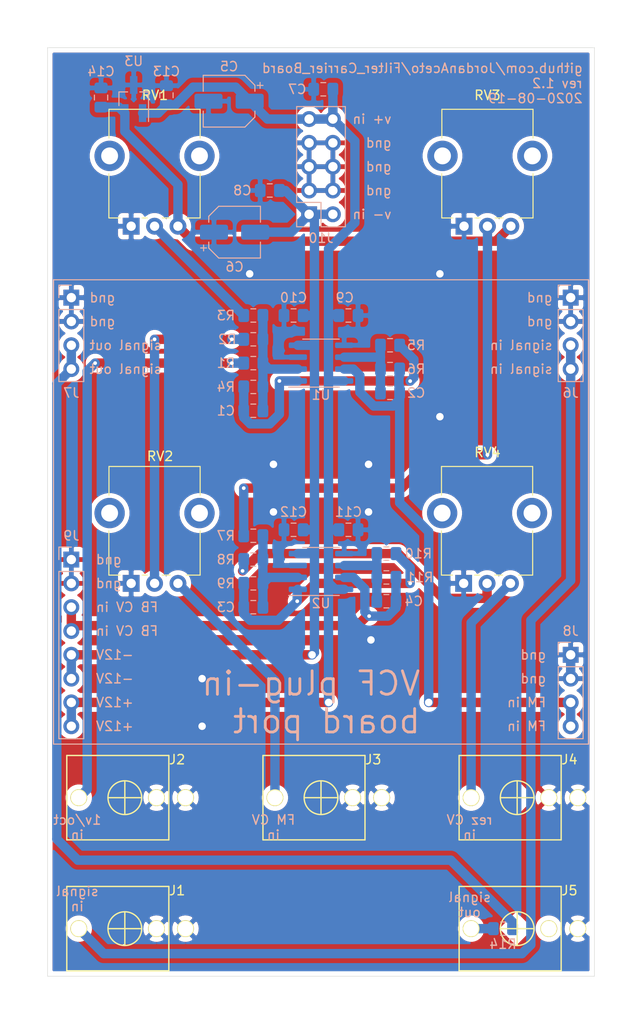
<source format=kicad_pcb>
(kicad_pcb (version 20171130) (host pcbnew 5.1.6-c6e7f7d~87~ubuntu18.04.1)
  (title_block (title "Filter Carrier Board") (date 2020-08-19) (rev 1.2) (comment 1 creativecommons.org/licenses/by/4.0/) (comment 2 "License: CC by 4.0") (comment 3 "Author: Jordan Aceto"))
  (layers (0 F.Cu signal) (31 B.Cu signal) (34 B.Paste user) (35 F.Paste user) (36 B.SilkS user) (37 F.SilkS user) (38 B.Mask user) (39 F.Mask user) (44 Edge.Cuts user))
  (net 0 "")
  (net 1 +12V)
  (net 2 GND)
  (net 3 -12V)
  (net 4 "Net-(J1-Pad3)")
  (net 5 "Net-(J2-Pad3)")
  (net 6 "Net-(J4-Pad3)")
  (net 7 "Net-(J7-Pad3)")
  (net 8 "Net-(R3-Pad2)")
  (net 9 "Net-(R8-Pad2)")
  (net 10 "Net-(J3-Pad3)")
  (net 11 "Net-(J5-Pad3)")
  (net 12 "Net-(C1-Pad2)")
  (net 13 "Net-(C1-Pad1)")
  (net 14 "Net-(C2-Pad2)")
  (net 15 "Net-(C2-Pad1)")
  (net 16 "Net-(C3-Pad2)")
  (net 17 "Net-(C3-Pad1)")
  (net 18 "Net-(C4-Pad2)")
  (net 19 "Net-(C4-Pad1)")
  (net 20 +5V)
  (net 21 "Net-(R2-Pad2)")
  (net 22 "Net-(R7-Pad2)")
  (net 23 "Net-(J5-Pad2)")
  (module Capacitor_SMD:C_0805_2012Metric_Pad1.15x1.40mm_HandSolder (layer B.Cu) (at 108.585 52.315 90)
    (fp_text reference C14 (at 2.785 0 180) (layer B.SilkS) (effects (justify mirror)))
    (fp_text value 100nF)
    (pad 2 smd roundrect (at 1.025 0 90) (size 1.15 1.4) (layers B.Cu B.Paste B.Mask) (roundrect_rratio 0.217391) (net 2 GND))
    (pad 1 smd roundrect (at -1.025 0 90) (size 1.15 1.4) (layers B.Cu B.Paste B.Mask) (roundrect_rratio 0.217391) (net 20 +5V))
  )
  (module Capacitor_SMD:C_0805_2012Metric_Pad1.15x1.40mm_HandSolder (layer B.Cu) (at 115.57 52.07 90)
    (fp_text reference C13 (at 2.54 0 180) (layer B.SilkS) (effects (justify mirror)))
    (fp_text value 100nF)
    (pad 2 smd roundrect (at 1.025 0 90) (size 1.15 1.4) (layers B.Cu B.Paste B.Mask) (roundrect_rratio 0.217391) (net 2 GND))
    (pad 1 smd roundrect (at -1.025 0 90) (size 1.15 1.4) (layers B.Cu B.Paste B.Mask) (roundrect_rratio 0.217391) (net 1 +12V))
  )
  (module Eurocad:PJ301M-12 (layer F.Cu) (at 153.035 140.97 90)
    (fp_text reference J5 (at 4.064 5.588 180) (layer F.SilkS))
    (fp_text value PJ301M-12)
    (pad 3 thru_hole circle (at 0 -4.92 90) (size 1.8 1.8) (drill 1.6) (layers *.Cu *.Mask F.SilkS) (net 11 "Net-(J5-Pad3)"))
    (pad 1 thru_hole circle (at 0 6.48 90) (size 1.8 1.8) (drill 1.6) (layers *.Cu *.Mask F.SilkS) (net 2 GND))
    (pad 2 thru_hole circle (at 0 3.38 90) (size 1.8 1.8) (drill 1.6) (layers *.Cu *.Mask F.SilkS) (net 23 "Net-(J5-Pad2)"))
  )
  (module Eurocad:PJ301M-12 (layer F.Cu) (at 153.035 127 90)
    (fp_text reference J4 (at 4.064 5.588 180) (layer F.SilkS))
    (fp_text value PJ301M-12)
    (pad 3 thru_hole circle (at 0 -4.92 90) (size 1.8 1.8) (drill 1.6) (layers *.Cu *.Mask F.SilkS) (net 6 "Net-(J4-Pad3)"))
    (pad 1 thru_hole circle (at 0 6.48 90) (size 1.8 1.8) (drill 1.6) (layers *.Cu *.Mask F.SilkS) (net 2 GND))
    (pad 2 thru_hole circle (at 0 3.38 90) (size 1.8 1.8) (drill 1.6) (layers *.Cu *.Mask F.SilkS) (net 2 GND))
  )
  (module Eurocad:PJ301M-12 (layer F.Cu) (at 132.08 127 90)
    (fp_text reference J3 (at 4.064 5.588 180) (layer F.SilkS))
    (fp_text value PJ301M-12)
    (pad 3 thru_hole circle (at 0 -4.92 90) (size 1.8 1.8) (drill 1.6) (layers *.Cu *.Mask F.SilkS) (net 10 "Net-(J3-Pad3)"))
    (pad 1 thru_hole circle (at 0 6.48 90) (size 1.8 1.8) (drill 1.6) (layers *.Cu *.Mask F.SilkS) (net 2 GND))
    (pad 2 thru_hole circle (at 0 3.38 90) (size 1.8 1.8) (drill 1.6) (layers *.Cu *.Mask F.SilkS) (net 2 GND))
  )
  (module Eurocad:PJ301M-12 (layer F.Cu) (at 111.125 127 90)
    (fp_text reference J2 (at 4.064 5.588 180) (layer F.SilkS))
    (fp_text value PJ301M-12)
    (pad 3 thru_hole circle (at 0 -4.92 90) (size 1.8 1.8) (drill 1.6) (layers *.Cu *.Mask F.SilkS) (net 5 "Net-(J2-Pad3)"))
    (pad 1 thru_hole circle (at 0 6.48 90) (size 1.8 1.8) (drill 1.6) (layers *.Cu *.Mask F.SilkS) (net 2 GND))
    (pad 2 thru_hole circle (at 0 3.38 90) (size 1.8 1.8) (drill 1.6) (layers *.Cu *.Mask F.SilkS) (net 2 GND))
  )
  (module Eurocad:PJ301M-12 (layer F.Cu) (at 111.125 140.97 90)
    (fp_text reference J1 (at 4.064 5.588 180) (layer F.SilkS))
    (fp_text value PJ301M-12)
    (pad 3 thru_hole circle (at 0 -4.92 90) (size 1.8 1.8) (drill 1.6) (layers *.Cu *.Mask F.SilkS) (net 4 "Net-(J1-Pad3)"))
    (pad 1 thru_hole circle (at 0 6.48 90) (size 1.8 1.8) (drill 1.6) (layers *.Cu *.Mask F.SilkS) (net 2 GND))
    (pad 2 thru_hole circle (at 0 3.38 90) (size 1.8 1.8) (drill 1.6) (layers *.Cu *.Mask F.SilkS) (net 2 GND))
  )
  (module Package_TO_SOT_SMD:SOT-23_Handsoldering (layer B.Cu) (at 112.075 52.475 90)
    (fp_text reference U3 (at 4.04 0 180) (layer B.SilkS) (effects (justify mirror)))
    (fp_text value MAX6035xxUR50)
    (pad 3 smd rect (at 1.5 0 90) (size 1.9 0.8) (layers B.Cu B.Paste B.Mask) (net 2 GND))
    (pad 2 smd rect (at -1.5 -0.95 90) (size 1.9 0.8) (layers B.Cu B.Paste B.Mask) (net 20 +5V))
    (pad 1 smd rect (at -1.5 0.95 90) (size 1.9 0.8) (layers B.Cu B.Paste B.Mask) (net 1 +12V))
  )
  (module Package_SO:SOIC-8_3.9x4.9mm_P1.27mm (layer B.Cu) (at 132.08 102.87)
    (fp_text reference U2 (at 0 3.4) (layer B.SilkS) (effects (justify mirror)))
    (fp_text value TL072)
    (pad 8 smd roundrect (at 2.475 1.905) (size 1.95 0.6) (layers B.Cu B.Paste B.Mask) (net 1 +12V))
    (pad 7 smd roundrect (at 2.475 0.635) (size 1.95 0.6) (layers B.Cu B.Paste B.Mask) (net 19 "Net-(C4-Pad1)"))
    (pad 6 smd roundrect (at 2.475 -0.635) (size 1.95 0.6) (layers B.Cu B.Paste B.Mask) (net 18 "Net-(C4-Pad2)"))
    (pad 5 smd roundrect (at 2.475 -1.905) (size 1.95 0.6) (layers B.Cu B.Paste B.Mask) (net 2 GND))
    (pad 4 smd roundrect (at -2.475 -1.905) (size 1.95 0.6) (layers B.Cu B.Paste B.Mask) (net 3 -12V))
    (pad 3 smd roundrect (at -2.475 -0.635) (size 1.95 0.6) (layers B.Cu B.Paste B.Mask) (net 2 GND))
    (pad 2 smd roundrect (at -2.475 0.635) (size 1.95 0.6) (layers B.Cu B.Paste B.Mask) (net 16 "Net-(C3-Pad2)"))
    (pad 1 smd roundrect (at -2.475 1.905) (size 1.95 0.6) (layers B.Cu B.Paste B.Mask) (net 17 "Net-(C3-Pad1)"))
  )
  (module Package_SO:SOIC-8_3.9x4.9mm_P1.27mm (layer B.Cu) (at 132.08 80.645)
    (fp_text reference U1 (at 0 3.4) (layer B.SilkS) (effects (justify mirror)))
    (fp_text value TL072)
    (pad 8 smd roundrect (at 2.475 1.905) (size 1.95 0.6) (layers B.Cu B.Paste B.Mask) (net 1 +12V))
    (pad 7 smd roundrect (at 2.475 0.635) (size 1.95 0.6) (layers B.Cu B.Paste B.Mask) (net 15 "Net-(C2-Pad1)"))
    (pad 6 smd roundrect (at 2.475 -0.635) (size 1.95 0.6) (layers B.Cu B.Paste B.Mask) (net 14 "Net-(C2-Pad2)"))
    (pad 5 smd roundrect (at 2.475 -1.905) (size 1.95 0.6) (layers B.Cu B.Paste B.Mask) (net 2 GND))
    (pad 4 smd roundrect (at -2.475 -1.905) (size 1.95 0.6) (layers B.Cu B.Paste B.Mask) (net 3 -12V))
    (pad 3 smd roundrect (at -2.475 -0.635) (size 1.95 0.6) (layers B.Cu B.Paste B.Mask) (net 2 GND))
    (pad 2 smd roundrect (at -2.475 0.635) (size 1.95 0.6) (layers B.Cu B.Paste B.Mask) (net 12 "Net-(C1-Pad2)"))
    (pad 1 smd roundrect (at -2.475 1.905) (size 1.95 0.6) (layers B.Cu B.Paste B.Mask) (net 13 "Net-(C1-Pad1)"))
  )
  (module Potentiometer_THT:Potentiometer_Alpha_RD901F-40-00D_Single_Vertical_CircularHoles (layer F.Cu) (at 147.32 104.14 90)
    (fp_text reference RV4 (at 13.97 2.54) (layer F.SilkS))
    (fp_text value 100k)
    (pad "" thru_hole circle (at 7.5 -2.3 180) (size 3.24 3.24) (drill 1.8) (layers *.Cu *.Mask))
    (pad "" thru_hole circle (at 7.5 7.3 180) (size 3.24 3.24) (drill 1.8) (layers *.Cu *.Mask))
    (pad 3 thru_hole circle (at 0 5 180) (size 1.8 1.8) (drill 1) (layers *.Cu *.Mask) (net 6 "Net-(J4-Pad3)"))
    (pad 2 thru_hole circle (at 0 2.5 180) (size 1.8 1.8) (drill 1) (layers *.Cu *.Mask) (net 9 "Net-(R8-Pad2)"))
    (pad 1 thru_hole rect (at 0 0 180) (size 1.8 1.8) (drill 1) (layers *.Cu *.Mask) (net 2 GND))
  )
  (module Potentiometer_THT:Potentiometer_Alpha_RD901F-40-00D_Single_Vertical_CircularHoles (layer F.Cu) (at 147.36 66.04 90)
    (fp_text reference RV3 (at 13.97 2.5) (layer F.SilkS))
    (fp_text value 10k)
    (pad "" thru_hole circle (at 7.5 -2.3 180) (size 3.24 3.24) (drill 1.8) (layers *.Cu *.Mask))
    (pad "" thru_hole circle (at 7.5 7.3 180) (size 3.24 3.24) (drill 1.8) (layers *.Cu *.Mask))
    (pad 3 thru_hole circle (at 0 5 180) (size 1.8 1.8) (drill 1) (layers *.Cu *.Mask) (net 20 +5V))
    (pad 2 thru_hole circle (at 0 2.5 180) (size 1.8 1.8) (drill 1) (layers *.Cu *.Mask) (net 22 "Net-(R7-Pad2)"))
    (pad 1 thru_hole rect (at 0 0 180) (size 1.8 1.8) (drill 1) (layers *.Cu *.Mask) (net 2 GND))
  )
  (module Potentiometer_THT:Potentiometer_Alpha_RD901F-40-00D_Single_Vertical_CircularHoles (layer F.Cu) (at 111.8 104.14 90)
    (fp_text reference RV2 (at 13.56 3.09) (layer F.SilkS))
    (fp_text value 100k)
    (pad "" thru_hole circle (at 7.5 -2.3 180) (size 3.24 3.24) (drill 1.8) (layers *.Cu *.Mask))
    (pad "" thru_hole circle (at 7.5 7.3 180) (size 3.24 3.24) (drill 1.8) (layers *.Cu *.Mask))
    (pad 3 thru_hole circle (at 0 5 180) (size 1.8 1.8) (drill 1) (layers *.Cu *.Mask) (net 10 "Net-(J3-Pad3)"))
    (pad 2 thru_hole circle (at 0 2.5 180) (size 1.8 1.8) (drill 1) (layers *.Cu *.Mask) (net 21 "Net-(R2-Pad2)"))
    (pad 1 thru_hole rect (at 0 0 180) (size 1.8 1.8) (drill 1) (layers *.Cu *.Mask) (net 2 GND))
  )
  (module Potentiometer_THT:Potentiometer_Alpha_RD901F-40-00D_Single_Vertical_CircularHoles (layer F.Cu) (at 111.8 66.04 90)
    (fp_text reference RV1 (at 13.97 2.54) (layer F.SilkS))
    (fp_text value 10k)
    (pad "" thru_hole circle (at 7.5 -2.3 180) (size 3.24 3.24) (drill 1.8) (layers *.Cu *.Mask))
    (pad "" thru_hole circle (at 7.5 7.3 180) (size 3.24 3.24) (drill 1.8) (layers *.Cu *.Mask))
    (pad 3 thru_hole circle (at 0 5 180) (size 1.8 1.8) (drill 1) (layers *.Cu *.Mask) (net 20 +5V))
    (pad 2 thru_hole circle (at 0 2.5 180) (size 1.8 1.8) (drill 1) (layers *.Cu *.Mask) (net 8 "Net-(R3-Pad2)"))
    (pad 1 thru_hole rect (at 0 0 180) (size 1.8 1.8) (drill 1) (layers *.Cu *.Mask) (net 2 GND))
  )
  (module Resistor_SMD:R_0805_2012Metric_Pad1.15x1.40mm_HandSolder (layer B.Cu) (at 151.52 140.97)
    (fp_text reference R14 (at 0 1.65) (layer B.SilkS) (effects (justify mirror)))
    (fp_text value 1k)
    (pad 2 smd roundrect (at 1.025 0) (size 1.15 1.4) (layers B.Cu B.Paste B.Mask) (roundrect_rratio 0.217391) (net 7 "Net-(J7-Pad3)"))
    (pad 1 smd roundrect (at -1.025 0) (size 1.15 1.4) (layers B.Cu B.Paste B.Mask) (roundrect_rratio 0.217391) (net 11 "Net-(J5-Pad3)"))
  )
  (module Resistor_SMD:R_0805_2012Metric_Pad1.15x1.40mm_HandSolder (layer B.Cu) (at 139.065 103.505 180)
    (fp_text reference R11 (at -3.565 0) (layer B.SilkS) (effects (justify mirror)))
    (fp_text value 47k)
    (pad 2 smd roundrect (at 1.025 0 180) (size 1.15 1.4) (layers B.Cu B.Paste B.Mask) (roundrect_rratio 0.217391) (net 18 "Net-(C4-Pad2)"))
    (pad 1 smd roundrect (at -1.025 0 180) (size 1.15 1.4) (layers B.Cu B.Paste B.Mask) (roundrect_rratio 0.217391) (net 19 "Net-(C4-Pad1)"))
  )
  (module Resistor_SMD:R_0805_2012Metric_Pad1.15x1.40mm_HandSolder (layer B.Cu) (at 139.065 100.965)
    (fp_text reference R10 (at 3.42 0) (layer B.SilkS) (effects (justify mirror)))
    (fp_text value 100k)
    (pad 2 smd roundrect (at 1.025 0) (size 1.15 1.4) (layers B.Cu B.Paste B.Mask) (roundrect_rratio 0.217391) (net 17 "Net-(C3-Pad1)"))
    (pad 1 smd roundrect (at -1.025 0) (size 1.15 1.4) (layers B.Cu B.Paste B.Mask) (roundrect_rratio 0.217391) (net 18 "Net-(C4-Pad2)"))
  )
  (module Resistor_SMD:R_0805_2012Metric_Pad1.15x1.40mm_HandSolder (layer B.Cu) (at 124.85 104.14)
    (fp_text reference R9 (at -2.93 0) (layer B.SilkS) (effects (justify mirror)))
    (fp_text value 100k)
    (pad 2 smd roundrect (at 1.025 0) (size 1.15 1.4) (layers B.Cu B.Paste B.Mask) (roundrect_rratio 0.217391) (net 16 "Net-(C3-Pad2)"))
    (pad 1 smd roundrect (at -1.025 0) (size 1.15 1.4) (layers B.Cu B.Paste B.Mask) (roundrect_rratio 0.217391) (net 17 "Net-(C3-Pad1)"))
  )
  (module Resistor_SMD:R_0805_2012Metric_Pad1.15x1.40mm_HandSolder (layer B.Cu) (at 124.85 101.6 180)
    (fp_text reference R8 (at 2.93 0) (layer B.SilkS) (effects (justify mirror)))
    (fp_text value 100k)
    (pad 2 smd roundrect (at 1.025 0 180) (size 1.15 1.4) (layers B.Cu B.Paste B.Mask) (roundrect_rratio 0.217391) (net 9 "Net-(R8-Pad2)"))
    (pad 1 smd roundrect (at -1.025 0 180) (size 1.15 1.4) (layers B.Cu B.Paste B.Mask) (roundrect_rratio 0.217391) (net 16 "Net-(C3-Pad2)"))
  )
  (module Resistor_SMD:R_0805_2012Metric_Pad1.15x1.40mm_HandSolder (layer B.Cu) (at 124.85 99.06 180)
    (fp_text reference R7 (at 2.93 0) (layer B.SilkS) (effects (justify mirror)))
    (fp_text value 100k)
    (pad 2 smd roundrect (at 1.025 0 180) (size 1.15 1.4) (layers B.Cu B.Paste B.Mask) (roundrect_rratio 0.217391) (net 22 "Net-(R7-Pad2)"))
    (pad 1 smd roundrect (at -1.025 0 180) (size 1.15 1.4) (layers B.Cu B.Paste B.Mask) (roundrect_rratio 0.217391) (net 16 "Net-(C3-Pad2)"))
  )
  (module Resistor_SMD:R_0805_2012Metric_Pad1.15x1.40mm_HandSolder (layer B.Cu) (at 139.455 81.28 180)
    (fp_text reference R6 (at -2.785 0) (layer B.SilkS) (effects (justify mirror)))
    (fp_text value 22k)
    (pad 2 smd roundrect (at 1.025 0 180) (size 1.15 1.4) (layers B.Cu B.Paste B.Mask) (roundrect_rratio 0.217391) (net 14 "Net-(C2-Pad2)"))
    (pad 1 smd roundrect (at -1.025 0 180) (size 1.15 1.4) (layers B.Cu B.Paste B.Mask) (roundrect_rratio 0.217391) (net 15 "Net-(C2-Pad1)"))
  )
  (module Resistor_SMD:R_0805_2012Metric_Pad1.15x1.40mm_HandSolder (layer B.Cu) (at 139.455 78.74)
    (fp_text reference R5 (at 2.785 0) (layer B.SilkS) (effects (justify mirror)))
    (fp_text value 100k)
    (pad 2 smd roundrect (at 1.025 0) (size 1.15 1.4) (layers B.Cu B.Paste B.Mask) (roundrect_rratio 0.217391) (net 13 "Net-(C1-Pad1)"))
    (pad 1 smd roundrect (at -1.025 0) (size 1.15 1.4) (layers B.Cu B.Paste B.Mask) (roundrect_rratio 0.217391) (net 14 "Net-(C2-Pad2)"))
  )
  (module Resistor_SMD:R_0805_2012Metric_Pad1.15x1.40mm_HandSolder (layer B.Cu) (at 124.85 83.185)
    (fp_text reference R4 (at -2.93 0) (layer B.SilkS) (effects (justify mirror)))
    (fp_text value 100k)
    (pad 2 smd roundrect (at 1.025 0) (size 1.15 1.4) (layers B.Cu B.Paste B.Mask) (roundrect_rratio 0.217391) (net 12 "Net-(C1-Pad2)"))
    (pad 1 smd roundrect (at -1.025 0) (size 1.15 1.4) (layers B.Cu B.Paste B.Mask) (roundrect_rratio 0.217391) (net 13 "Net-(C1-Pad1)"))
  )
  (module Resistor_SMD:R_0805_2012Metric_Pad1.15x1.40mm_HandSolder (layer B.Cu) (at 124.85 75.565 180)
    (fp_text reference R3 (at 2.93 0) (layer B.SilkS) (effects (justify mirror)))
    (fp_text value 50k)
    (pad 2 smd roundrect (at 1.025 0 180) (size 1.15 1.4) (layers B.Cu B.Paste B.Mask) (roundrect_rratio 0.217391) (net 8 "Net-(R3-Pad2)"))
    (pad 1 smd roundrect (at -1.025 0 180) (size 1.15 1.4) (layers B.Cu B.Paste B.Mask) (roundrect_rratio 0.217391) (net 12 "Net-(C1-Pad2)"))
  )
  (module Resistor_SMD:R_0805_2012Metric_Pad1.15x1.40mm_HandSolder (layer B.Cu) (at 124.85 78.105 180)
    (fp_text reference R2 (at 2.785 0) (layer B.SilkS) (effects (justify mirror)))
    (fp_text value 100k)
    (pad 2 smd roundrect (at 1.025 0 180) (size 1.15 1.4) (layers B.Cu B.Paste B.Mask) (roundrect_rratio 0.217391) (net 21 "Net-(R2-Pad2)"))
    (pad 1 smd roundrect (at -1.025 0 180) (size 1.15 1.4) (layers B.Cu B.Paste B.Mask) (roundrect_rratio 0.217391) (net 12 "Net-(C1-Pad2)"))
  )
  (module Resistor_SMD:R_0805_2012Metric_Pad1.15x1.40mm_HandSolder (layer B.Cu) (at 124.85 80.645 180)
    (fp_text reference R1 (at 2.93 0) (layer B.SilkS) (effects (justify mirror)))
    (fp_text value 100k)
    (pad 2 smd roundrect (at 1.025 0 180) (size 1.15 1.4) (layers B.Cu B.Paste B.Mask) (roundrect_rratio 0.217391) (net 5 "Net-(J2-Pad3)"))
    (pad 1 smd roundrect (at -1.025 0 180) (size 1.15 1.4) (layers B.Cu B.Paste B.Mask) (roundrect_rratio 0.217391) (net 12 "Net-(C1-Pad2)"))
  )
  (module Capacitor_SMD:C_0805_2012Metric_Pad1.15x1.40mm_HandSolder (layer B.Cu) (at 129.15 98.425)
    (fp_text reference C12 (at 0 -1.905) (layer B.SilkS) (effects (justify mirror)))
    (fp_text value 100nF)
    (pad 2 smd roundrect (at 1.025 0) (size 1.15 1.4) (layers B.Cu B.Paste B.Mask) (roundrect_rratio 0.217391) (net 3 -12V))
    (pad 1 smd roundrect (at -1.025 0) (size 1.15 1.4) (layers B.Cu B.Paste B.Mask) (roundrect_rratio 0.217391) (net 2 GND))
  )
  (module Capacitor_SMD:C_0805_2012Metric_Pad1.15x1.40mm_HandSolder (layer B.Cu) (at 135.01 98.425)
    (fp_text reference C11 (at 0 -1.905) (layer B.SilkS) (effects (justify mirror)))
    (fp_text value 100nF)
    (pad 2 smd roundrect (at 1.025 0) (size 1.15 1.4) (layers B.Cu B.Paste B.Mask) (roundrect_rratio 0.217391) (net 2 GND))
    (pad 1 smd roundrect (at -1.025 0) (size 1.15 1.4) (layers B.Cu B.Paste B.Mask) (roundrect_rratio 0.217391) (net 1 +12V))
  )
  (module Capacitor_SMD:C_0805_2012Metric_Pad1.15x1.40mm_HandSolder (layer B.Cu) (at 129.15 75.565)
    (fp_text reference C10 (at 0 -1.905) (layer B.SilkS) (effects (justify mirror)))
    (fp_text value 100nF)
    (pad 2 smd roundrect (at 1.025 0) (size 1.15 1.4) (layers B.Cu B.Paste B.Mask) (roundrect_rratio 0.217391) (net 3 -12V))
    (pad 1 smd roundrect (at -1.025 0) (size 1.15 1.4) (layers B.Cu B.Paste B.Mask) (roundrect_rratio 0.217391) (net 2 GND))
  )
  (module Capacitor_SMD:C_0805_2012Metric_Pad1.15x1.40mm_HandSolder (layer B.Cu) (at 135.01 75.565)
    (fp_text reference C9 (at -0.39 -1.905) (layer B.SilkS) (effects (justify mirror)))
    (fp_text value 100nF)
    (pad 2 smd roundrect (at 1.025 0) (size 1.15 1.4) (layers B.Cu B.Paste B.Mask) (roundrect_rratio 0.217391) (net 2 GND))
    (pad 1 smd roundrect (at -1.025 0) (size 1.15 1.4) (layers B.Cu B.Paste B.Mask) (roundrect_rratio 0.217391) (net 1 +12V))
  )
  (module Capacitor_SMD:C_0805_2012Metric_Pad1.15x1.40mm_HandSolder (layer B.Cu) (at 126.61 62.23)
    (fp_text reference C8 (at -2.93 0) (layer B.SilkS) (effects (justify mirror)))
    (fp_text value 100nF)
    (pad 2 smd roundrect (at 1.025 0) (size 1.15 1.4) (layers B.Cu B.Paste B.Mask) (roundrect_rratio 0.217391) (net 3 -12V))
    (pad 1 smd roundrect (at -1.025 0) (size 1.15 1.4) (layers B.Cu B.Paste B.Mask) (roundrect_rratio 0.217391) (net 2 GND))
  )
  (module Capacitor_SMD:C_0805_2012Metric_Pad1.15x1.40mm_HandSolder (layer B.Cu) (at 132.325 51.435 180)
    (fp_text reference C7 (at 2.785 0) (layer B.SilkS) (effects (justify mirror)))
    (fp_text value 100nF)
    (pad 2 smd roundrect (at 1.025 0 180) (size 1.15 1.4) (layers B.Cu B.Paste B.Mask) (roundrect_rratio 0.217391) (net 2 GND))
    (pad 1 smd roundrect (at -1.025 0 180) (size 1.15 1.4) (layers B.Cu B.Paste B.Mask) (roundrect_rratio 0.217391) (net 1 +12V))
  )
  (module Capacitor_SMD:CP_Elec_5x5.4 (layer B.Cu) (at 122.85 66.675)
    (fp_text reference C6 (at 0 3.7) (layer B.SilkS) (effects (justify mirror)))
    (fp_text value 10uF)
    (pad 2 smd roundrect (at 2.2 0) (size 3 1.6) (layers B.Cu B.Paste B.Mask) (roundrect_rratio 0.15625) (net 3 -12V))
    (pad 1 smd roundrect (at -2.2 0) (size 3 1.6) (layers B.Cu B.Paste B.Mask) (roundrect_rratio 0.15625) (net 2 GND))
  )
  (module Capacitor_SMD:CP_Elec_5x5.4 (layer B.Cu) (at 122.26 52.705 180)
    (fp_text reference C5 (at 0 3.7) (layer B.SilkS) (effects (justify mirror)))
    (fp_text value 10uF)
    (pad 2 smd roundrect (at 2.2 0 180) (size 3 1.6) (layers B.Cu B.Paste B.Mask) (roundrect_rratio 0.15625) (net 2 GND))
    (pad 1 smd roundrect (at -2.2 0 180) (size 3 1.6) (layers B.Cu B.Paste B.Mask) (roundrect_rratio 0.15625) (net 1 +12V))
  )
  (module Capacitor_SMD:C_0805_2012Metric_Pad1.15x1.40mm_HandSolder (layer B.Cu) (at 139.065 106.045 180)
    (fp_text reference C4 (at -2.93 0) (layer B.SilkS) (effects (justify mirror)))
    (fp_text value 100pF)
    (pad 2 smd roundrect (at 1.025 0 180) (size 1.15 1.4) (layers B.Cu B.Paste B.Mask) (roundrect_rratio 0.217391) (net 18 "Net-(C4-Pad2)"))
    (pad 1 smd roundrect (at -1.025 0 180) (size 1.15 1.4) (layers B.Cu B.Paste B.Mask) (roundrect_rratio 0.217391) (net 19 "Net-(C4-Pad1)"))
  )
  (module Capacitor_SMD:C_0805_2012Metric_Pad1.15x1.40mm_HandSolder (layer B.Cu) (at 124.85 106.68)
    (fp_text reference C3 (at -2.93 0) (layer B.SilkS) (effects (justify mirror)))
    (fp_text value 100pF)
    (pad 2 smd roundrect (at 1.025 0) (size 1.15 1.4) (layers B.Cu B.Paste B.Mask) (roundrect_rratio 0.217391) (net 16 "Net-(C3-Pad2)"))
    (pad 1 smd roundrect (at -1.025 0) (size 1.15 1.4) (layers B.Cu B.Paste B.Mask) (roundrect_rratio 0.217391) (net 17 "Net-(C3-Pad1)"))
  )
  (module Capacitor_SMD:C_0805_2012Metric_Pad1.15x1.40mm_HandSolder (layer B.Cu) (at 139.455 83.82 180)
    (fp_text reference C2 (at -2.785 0) (layer B.SilkS) (effects (justify mirror)))
    (fp_text value 100pF)
    (pad 2 smd roundrect (at 1.025 0 180) (size 1.15 1.4) (layers B.Cu B.Paste B.Mask) (roundrect_rratio 0.217391) (net 14 "Net-(C2-Pad2)"))
    (pad 1 smd roundrect (at -1.025 0 180) (size 1.15 1.4) (layers B.Cu B.Paste B.Mask) (roundrect_rratio 0.217391) (net 15 "Net-(C2-Pad1)"))
  )
  (module Capacitor_SMD:C_0805_2012Metric_Pad1.15x1.40mm_HandSolder (layer B.Cu) (at 124.85 85.725)
    (fp_text reference C1 (at -2.93 0) (layer B.SilkS) (effects (justify mirror)))
    (fp_text value 100pF)
    (pad 2 smd roundrect (at 1.025 0) (size 1.15 1.4) (layers B.Cu B.Paste B.Mask) (roundrect_rratio 0.217391) (net 12 "Net-(C1-Pad2)"))
    (pad 1 smd roundrect (at -1.025 0) (size 1.15 1.4) (layers B.Cu B.Paste B.Mask) (roundrect_rratio 0.217391) (net 13 "Net-(C1-Pad1)"))
  )
  (module Connector_PinHeader_2.54mm:PinHeader_2x05_P2.54mm_Vertical (layer B.Cu) (at 130.81 64.77)
    (fp_text reference J10 (at 1.27 2.54) (layer B.SilkS) (effects (justify mirror)))
    (fp_text value power_in)
    (pad 1 thru_hole rect (at 0 0) (size 1.7 1.7) (drill 1) (layers *.Cu *.Mask) (net 3 -12V))
    (pad 2 thru_hole oval (at 2.54 0) (size 1.7 1.7) (drill 1) (layers *.Cu *.Mask) (net 3 -12V))
    (pad 3 thru_hole oval (at 0 -2.54) (size 1.7 1.7) (drill 1) (layers *.Cu *.Mask) (net 2 GND))
    (pad 4 thru_hole oval (at 2.54 -2.54) (size 1.7 1.7) (drill 1) (layers *.Cu *.Mask) (net 2 GND))
    (pad 5 thru_hole oval (at 0 -5.08) (size 1.7 1.7) (drill 1) (layers *.Cu *.Mask) (net 2 GND))
    (pad 6 thru_hole oval (at 2.54 -5.08) (size 1.7 1.7) (drill 1) (layers *.Cu *.Mask) (net 2 GND))
    (pad 7 thru_hole oval (at 0 -7.62) (size 1.7 1.7) (drill 1) (layers *.Cu *.Mask) (net 2 GND))
    (pad 8 thru_hole oval (at 2.54 -7.62) (size 1.7 1.7) (drill 1) (layers *.Cu *.Mask) (net 2 GND))
    (pad 9 thru_hole oval (at 0 -10.16) (size 1.7 1.7) (drill 1) (layers *.Cu *.Mask) (net 1 +12V))
    (pad 10 thru_hole oval (at 2.54 -10.16) (size 1.7 1.7) (drill 1) (layers *.Cu *.Mask) (net 1 +12V))
  )
  (module Connector_PinSocket_2.54mm:PinSocket_1x04_P2.54mm_Vertical (layer B.Cu) (at 158.75 111.76 180)
    (fp_text reference J8 (at 0 2.54) (layer B.SilkS) (effects (justify mirror)))
    (fp_text value cv_in)
    (pad 4 thru_hole oval (at 0 -7.62 180) (size 1.7 1.7) (drill 1) (layers *.Cu *.Mask) (net 15 "Net-(C2-Pad1)"))
    (pad 3 thru_hole oval (at 0 -5.08 180) (size 1.7 1.7) (drill 1) (layers *.Cu *.Mask) (net 15 "Net-(C2-Pad1)"))
    (pad 2 thru_hole oval (at 0 -2.54 180) (size 1.7 1.7) (drill 1) (layers *.Cu *.Mask) (net 2 GND))
    (pad 1 thru_hole rect (at 0 0 180) (size 1.7 1.7) (drill 1) (layers *.Cu *.Mask) (net 2 GND))
  )
  (module Connector_PinSocket_2.54mm:PinSocket_1x04_P2.54mm_Vertical (layer B.Cu) (at 158.75 73.66 180)
    (fp_text reference J6 (at 0 -10.16) (layer B.SilkS) (effects (justify mirror)))
    (fp_text value signal_in)
    (pad 1 thru_hole rect (at 0 0 180) (size 1.7 1.7) (drill 1) (layers *.Cu *.Mask) (net 2 GND))
    (pad 2 thru_hole oval (at 0 -2.54 180) (size 1.7 1.7) (drill 1) (layers *.Cu *.Mask) (net 2 GND))
    (pad 3 thru_hole oval (at 0 -5.08 180) (size 1.7 1.7) (drill 1) (layers *.Cu *.Mask) (net 4 "Net-(J1-Pad3)"))
    (pad 4 thru_hole oval (at 0 -7.62 180) (size 1.7 1.7) (drill 1) (layers *.Cu *.Mask) (net 4 "Net-(J1-Pad3)"))
  )
  (module Connector_PinSocket_2.54mm:PinSocket_1x04_P2.54mm_Vertical (layer B.Cu) (at 105.41 73.66 180)
    (fp_text reference J7 (at 0 -10.16) (layer B.SilkS) (effects (justify mirror)))
    (fp_text value signal_out)
    (pad 1 thru_hole rect (at 0 0 180) (size 1.7 1.7) (drill 1) (layers *.Cu *.Mask) (net 2 GND))
    (pad 2 thru_hole oval (at 0 -2.54 180) (size 1.7 1.7) (drill 1) (layers *.Cu *.Mask) (net 2 GND))
    (pad 3 thru_hole oval (at 0 -5.08 180) (size 1.7 1.7) (drill 1) (layers *.Cu *.Mask) (net 7 "Net-(J7-Pad3)"))
    (pad 4 thru_hole oval (at 0 -7.62 180) (size 1.7 1.7) (drill 1) (layers *.Cu *.Mask) (net 7 "Net-(J7-Pad3)"))
  )
  (module Connector_PinSocket_2.54mm:PinSocket_1x08_P2.54mm_Vertical (layer B.Cu) (at 105.41 101.6 180)
    (fp_text reference J9 (at 0 2.54) (layer B.SilkS) (effects (justify mirror)))
    (fp_text value power_and_rez_cv_in)
    (pad 1 thru_hole rect (at 0 0 180) (size 1.7 1.7) (drill 1) (layers *.Cu *.Mask) (net 2 GND))
    (pad 2 thru_hole oval (at 0 -2.54 180) (size 1.7 1.7) (drill 1) (layers *.Cu *.Mask) (net 2 GND))
    (pad 3 thru_hole oval (at 0 -5.08 180) (size 1.7 1.7) (drill 1) (layers *.Cu *.Mask) (net 19 "Net-(C4-Pad1)"))
    (pad 4 thru_hole oval (at 0 -7.62 180) (size 1.7 1.7) (drill 1) (layers *.Cu *.Mask) (net 19 "Net-(C4-Pad1)"))
    (pad 5 thru_hole oval (at 0 -10.16 180) (size 1.7 1.7) (drill 1) (layers *.Cu *.Mask) (net 3 -12V))
    (pad 6 thru_hole oval (at 0 -12.7 180) (size 1.7 1.7) (drill 1) (layers *.Cu *.Mask) (net 3 -12V))
    (pad 7 thru_hole oval (at 0 -15.24 180) (size 1.7 1.7) (drill 1) (layers *.Cu *.Mask) (net 1 +12V))
    (pad 8 thru_hole oval (at 0 -17.78 180) (size 1.7 1.7) (drill 1) (layers *.Cu *.Mask) (net 1 +12V))
  )
  (gr_text "VCF plug-in\nboard port" (at 142.875 116.84) (layer B.SilkS) (effects (font (size 2.5 2.5) (thickness 0.3)) (justify left mirror)))
  (gr_line (start 160.655 71.755) (end 103.505 71.755) (layer B.SilkS) (width 0.12))
  (gr_line (start 160.655 121.285) (end 160.655 71.755) (layer B.SilkS) (width 0.12))
  (gr_line (start 103.505 121.285) (end 160.655 121.285) (layer B.SilkS) (width 0.12))
  (gr_line (start 103.505 71.755) (end 103.505 121.285) (layer B.SilkS) (width 0.12))
  (gr_text "rez CV\nin" (at 147.955 130.175) (layer B.SilkS) (effects (font (size 1 1)) (justify mirror)))
  (gr_text "FM CV\nin" (at 127 130.175) (layer B.SilkS) (effects (font (size 1 1)) (justify mirror)))
  (gr_text "1v/oct\nin" (at 106.045 130.175) (layer B.SilkS) (effects (font (size 1 1)) (justify mirror)))
  (gr_text "signal\nout" (at 147.955 138.43) (layer B.SilkS) (effects (font (size 1 1)) (justify mirror)))
  (gr_text "signal\nin" (at 106.045 137.795) (layer B.SilkS) (effects (font (size 1 1)) (justify mirror)))
  (gr_text "v- in" (at 139.7 64.77) (layer B.SilkS) (effects (font (size 1 1)) (justify left mirror)))
  (gr_text gnd (at 139.7 62.23) (layer B.SilkS) (effects (font (size 1 1)) (justify left mirror)))
  (gr_text gnd (at 139.7 59.69) (layer B.SilkS) (effects (font (size 1 1)) (justify left mirror)))
  (gr_text gnd (at 139.7 57.15) (layer B.SilkS) (effects (font (size 1 1)) (justify left mirror)))
  (gr_text "v+ in" (at 139.7 54.61) (layer B.SilkS) (effects (font (size 1 1)) (justify left mirror)))
  (gr_text "FM in" (at 156.21 119.38) (layer B.SilkS) (effects (font (size 1 1)) (justify left mirror)))
  (gr_text "github.com/JordanAceto/Filter_Carrier_Board\nrev 1.2\n2020-08-19" (at 160.118095 50.8) (layer B.SilkS) (effects (font (size 1 1)) (justify left mirror)))
  (gr_text +12V (at 107.95 119.38) (layer B.SilkS) (effects (font (size 1 1)) (justify right mirror)))
  (gr_text +12V (at 107.95 116.84) (layer B.SilkS) (effects (font (size 1 1)) (justify right mirror)))
  (gr_text -12V (at 107.95 114.3) (layer B.SilkS) (effects (font (size 1 1)) (justify right mirror)))
  (gr_text -12V (at 107.95 111.76) (layer B.SilkS) (effects (font (size 1 1)) (justify right mirror)))
  (gr_text "FB CV in" (at 107.95 109.22) (layer B.SilkS) (effects (font (size 1 1)) (justify right mirror)))
  (gr_text "FB CV in" (at 107.95 106.68) (layer B.SilkS) (effects (font (size 1 1)) (justify right mirror)))
  (gr_text gnd (at 156.21 114.3) (layer B.SilkS) (effects (font (size 1 1)) (justify left mirror)))
  (gr_text gnd (at 156.21 111.76) (layer B.SilkS) (effects (font (size 1 1)) (justify left mirror)))
  (gr_text "signal in" (at 150.028333 81.28) (layer B.SilkS) (effects (font (size 1 1)) (justify right mirror)))
  (gr_text "signal in" (at 150.028333 78.74) (layer B.SilkS) (effects (font (size 1 1)) (justify right mirror)))
  (gr_text gnd (at 153.980714 76.2) (layer B.SilkS) (effects (font (size 1 1)) (justify right mirror)))
  (gr_text gnd (at 153.980714 73.66) (layer B.SilkS) (effects (font (size 1 1)) (justify right mirror)))
  (gr_text "signal out" (at 115.131667 81.28) (layer B.SilkS) (effects (font (size 1 1)) (justify left mirror)))
  (gr_text "signal out" (at 115.131667 78.74) (layer B.SilkS) (effects (font (size 1 1)) (justify left mirror)))
  (gr_text "FM in" (at 156.21 116.84) (layer B.SilkS) (effects (font (size 1 1)) (justify left mirror)))
  (gr_text gnd (at 107.95 104.14) (layer B.SilkS) (effects (font (size 1 1)) (justify right mirror)))
  (gr_text gnd (at 107.95 101.6) (layer B.SilkS) (effects (font (size 1 1)) (justify right mirror)))
  (gr_text gnd (at 110.179286 76.2) (layer B.SilkS) (effects (font (size 1 1)) (justify left mirror)))
  (gr_text gnd (at 110.179286 73.66) (layer B.SilkS) (effects (font (size 1 1)) (justify left mirror)))
  (gr_line (start 161.29 146.05) (end 102.87 146.05) (layer Edge.Cuts) (width 0.05))
  (gr_line (start 102.87 46.99) (end 161.29 46.99) (layer Edge.Cuts) (width 0.05))
  (gr_line (start 161.29 146.05) (end 161.29 46.99) (layer Edge.Cuts) (width 0.05))
  (gr_line (start 102.87 46.99) (end 102.87 146.05) (layer Edge.Cuts) (width 0.05))
  (segment (start 134.555 104.775) (end 133.58 104.775) (width 1) (layer B.Cu) (net 1))
  (segment (start 133.58 104.775) (end 132.87999 104.07499) (width 1) (layer B.Cu) (net 1))
  (segment (start 132.87999 68.47851) (end 135.6995 65.659) (width 1) (layer B.Cu) (net 1))
  (segment (start 135.6995 56.9595) (end 133.35 54.61) (width 1) (layer B.Cu) (net 1))
  (segment (start 133.35 54.61) (end 130.81 54.61) (width 1) (layer B.Cu) (net 1))
  (segment (start 133.88351 75.46351) (end 133.985 75.565) (width 1) (layer B.Cu) (net 1))
  (segment (start 132.87999 75.46351) (end 133.88351 75.46351) (width 1) (layer B.Cu) (net 1))
  (segment (start 132.87999 75.46351) (end 132.87999 68.47851) (width 1) (layer B.Cu) (net 1))
  (segment (start 134.555 82.55) (end 132.969 82.55) (width 1) (layer B.Cu) (net 1))
  (segment (start 132.969 82.55) (end 132.87999 82.63901) (width 1) (layer B.Cu) (net 1))
  (segment (start 132.87999 82.63901) (end 132.87999 75.46351) (width 1) (layer B.Cu) (net 1))
  (segment (start 133.1595 98.425) (end 132.87999 98.14549) (width 1) (layer B.Cu) (net 1))
  (segment (start 133.985 98.425) (end 133.1595 98.425) (width 1) (layer B.Cu) (net 1))
  (segment (start 132.87999 104.07499) (end 132.87999 98.14549) (width 1) (layer B.Cu) (net 1))
  (segment (start 132.87999 98.14549) (end 132.87999 82.63901) (width 1) (layer B.Cu) (net 1))
  (segment (start 135.6995 65.659) (end 135.6995 56.9595) (width 1) (layer B.Cu) (net 1))
  (segment (start 133.35 51.435) (end 133.35 54.61) (width 1) (layer B.Cu) (net 1))
  (segment (start 126.365 54.61) (end 124.46 52.705) (width 1) (layer B.Cu) (net 1))
  (segment (start 130.81 54.61) (end 126.365 54.61) (width 1) (layer B.Cu) (net 1))
  (segment (start 114.69 53.975) (end 115.57 53.095) (width 1) (layer B.Cu) (net 1))
  (segment (start 113.025 53.975) (end 114.69 53.975) (width 1) (layer B.Cu) (net 1))
  (segment (start 122.95999 51.20499) (end 124.46 52.705) (width 1) (layer B.Cu) (net 1))
  (segment (start 118.41649 51.20499) (end 122.95999 51.20499) (width 1) (layer B.Cu) (net 1))
  (segment (start 116.52648 53.095) (end 118.41649 51.20499) (width 1) (layer B.Cu) (net 1))
  (segment (start 115.57 53.095) (end 116.52648 53.095) (width 1) (layer B.Cu) (net 1))
  (segment (start 105.41 116.84) (end 105.41 119.38) (width 1) (layer B.Cu) (net 1))
  (via (at 132.8928 116.84) (size 1) (drill 0.8) (layers F.Cu B.Cu) (net 1))
  (segment (start 132.87999 104.07499) (end 132.87999 116.82719) (width 1) (layer B.Cu) (net 1))
  (segment (start 132.87999 116.82719) (end 132.8928 116.84) (width 1) (layer B.Cu) (net 1))
  (segment (start 132.8928 116.84) (end 105.41 116.84) (width 1) (layer F.Cu) (net 1))
  (via (at 119.38 114.3) (size 1) (drill 0.8) (layers F.Cu B.Cu) (net 2))
  (via (at 119.38 119.38) (size 1) (drill 0.8) (layers F.Cu B.Cu) (net 2))
  (via (at 137.414 110.1725) (size 1) (drill 0.8) (layers F.Cu B.Cu) (net 2))
  (via (at 144.78 71.12) (size 1) (drill 0.8) (layers F.Cu B.Cu) (net 2))
  (via (at 124.46 71.12) (size 1) (drill 0.8) (layers F.Cu B.Cu) (net 2))
  (via (at 137.16 91.44) (size 1) (drill 0.8) (layers F.Cu B.Cu) (net 2))
  (via (at 137.16 96.52) (size 1) (drill 0.8) (layers F.Cu B.Cu) (net 2))
  (via (at 144.78 86.36) (size 1) (drill 0.8) (layers F.Cu B.Cu) (net 2))
  (via (at 127 91.44) (size 1) (drill 0.8) (layers F.Cu B.Cu) (net 2))
  (via (at 127 96.52) (size 1) (drill 0.8) (layers F.Cu B.Cu) (net 2))
  (segment (start 158.75 111.76) (end 158.75 114.3) (width 1) (layer B.Cu) (net 2))
  (segment (start 129.605 100.965) (end 130.7465 100.965) (width 1) (layer B.Cu) (net 3))
  (segment (start 130.7465 100.965) (end 131.3815 100.33) (width 1) (layer B.Cu) (net 3))
  (segment (start 131.3815 65.3415) (end 130.81 64.77) (width 1) (layer B.Cu) (net 3))
  (segment (start 133.35 64.77) (end 130.81 64.77) (width 1) (layer B.Cu) (net 3))
  (segment (start 131.1275 75.565) (end 131.3815 75.819) (width 1) (layer B.Cu) (net 3))
  (segment (start 130.175 75.565) (end 131.1275 75.565) (width 1) (layer B.Cu) (net 3))
  (segment (start 131.3815 75.819) (end 131.3815 65.3415) (width 1) (layer B.Cu) (net 3))
  (segment (start 131.2545 78.74) (end 131.3815 78.867) (width 1) (layer B.Cu) (net 3))
  (segment (start 129.605 78.74) (end 131.2545 78.74) (width 1) (layer B.Cu) (net 3))
  (segment (start 131.3815 78.867) (end 131.3815 75.819) (width 1) (layer B.Cu) (net 3))
  (segment (start 130.175 98.425) (end 131.064 98.425) (width 1) (layer B.Cu) (net 3))
  (segment (start 131.064 98.425) (end 131.3815 98.1075) (width 1) (layer B.Cu) (net 3))
  (segment (start 131.3815 100.33) (end 131.3815 98.1075) (width 1) (layer B.Cu) (net 3))
  (segment (start 131.3815 98.1075) (end 131.3815 78.867) (width 1) (layer B.Cu) (net 3))
  (segment (start 128.905 66.675) (end 130.81 64.77) (width 1) (layer B.Cu) (net 3))
  (segment (start 125.05 66.675) (end 128.905 66.675) (width 1) (layer B.Cu) (net 3))
  (segment (start 128.27 62.23) (end 130.81 64.77) (width 1) (layer B.Cu) (net 3))
  (segment (start 127.635 62.23) (end 128.27 62.23) (width 1) (layer B.Cu) (net 3))
  (segment (start 105.41 111.76) (end 105.41 114.3) (width 1) (layer B.Cu) (net 3))
  (via (at 131.1275 111.76) (size 1) (drill 0.8) (layers F.Cu B.Cu) (net 3))
  (segment (start 105.41 111.76) (end 131.1275 111.76) (width 1) (layer F.Cu) (net 3))
  (segment (start 131.3815 111.506) (end 131.1275 111.76) (width 1) (layer B.Cu) (net 3))
  (segment (start 131.3815 100.33) (end 131.3815 111.506) (width 1) (layer B.Cu) (net 3))
  (segment (start 158.75 78.74) (end 158.75 81.28) (width 1) (layer B.Cu) (net 4))
  (segment (start 106.205 140.97) (end 108.872 143.637) (width 1) (layer B.Cu) (net 4))
  (segment (start 108.872 143.637) (end 153.543 143.637) (width 1) (layer B.Cu) (net 4))
  (segment (start 153.543 143.637) (end 154.4955 142.6845) (width 1) (layer B.Cu) (net 4))
  (segment (start 154.4955 142.6845) (end 154.4955 108.077) (width 1) (layer B.Cu) (net 4))
  (segment (start 158.75 103.8225) (end 158.75 81.28) (width 1) (layer B.Cu) (net 4))
  (segment (start 154.4955 108.077) (end 158.75 103.8225) (width 1) (layer B.Cu) (net 4))
  (via (at 107.95 80.645) (size 0.8) (drill 0.4) (layers F.Cu B.Cu) (net 5))
  (segment (start 107.104999 81.490001) (end 107.95 80.645) (width 1) (layer B.Cu) (net 5))
  (segment (start 106.205 127) (end 107.104999 126.100001) (width 1) (layer B.Cu) (net 5))
  (segment (start 107.104999 126.100001) (end 107.104999 81.490001) (width 1) (layer B.Cu) (net 5))
  (via (at 122.555 80.645) (size 0.8) (drill 0.4) (layers F.Cu B.Cu) (net 5))
  (segment (start 107.95 80.645) (end 122.555 80.645) (width 1) (layer F.Cu) (net 5))
  (segment (start 122.555 80.645) (end 123.825 80.645) (width 1) (layer B.Cu) (net 5))
  (segment (start 148.115 108.345) (end 152.32 104.14) (width 1) (layer B.Cu) (net 6))
  (segment (start 148.115 127) (end 148.115 108.345) (width 1) (layer B.Cu) (net 6))
  (segment (start 105.41 78.74) (end 105.41 81.28) (width 1) (layer B.Cu) (net 7))
  (segment (start 152.545 140.27) (end 145.9425 133.6675) (width 1) (layer B.Cu) (net 7))
  (segment (start 152.545 140.97) (end 152.545 140.27) (width 1) (layer B.Cu) (net 7))
  (segment (start 145.9425 133.6675) (end 106.1085 133.6675) (width 1) (layer B.Cu) (net 7))
  (segment (start 103.859999 82.830001) (end 105.41 81.28) (width 1) (layer B.Cu) (net 7))
  (segment (start 103.859999 131.418999) (end 103.859999 82.830001) (width 1) (layer B.Cu) (net 7))
  (segment (start 106.1085 133.6675) (end 103.859999 131.418999) (width 1) (layer B.Cu) (net 7))
  (segment (start 114.3 66.04) (end 123.825 75.565) (width 1) (layer B.Cu) (net 8))
  (via (at 123.70074 102.810057) (size 0.8) (drill 0.4) (layers F.Cu B.Cu) (net 9))
  (segment (start 123.825 102.685797) (end 123.770807 102.73999) (width 1) (layer B.Cu) (net 9))
  (segment (start 123.825 101.6) (end 123.825 102.685797) (width 1) (layer B.Cu) (net 9))
  (segment (start 140.335 100.965) (end 125.545797 100.965) (width 1) (layer F.Cu) (net 9))
  (segment (start 145.110001 105.740001) (end 140.335 100.965) (width 1) (layer F.Cu) (net 9))
  (segment (start 149.492791 105.740001) (end 145.110001 105.740001) (width 1) (layer F.Cu) (net 9))
  (segment (start 149.82 104.14) (end 149.82 105.412792) (width 1) (layer F.Cu) (net 9))
  (segment (start 125.545797 100.965) (end 123.70074 102.810057) (width 1) (layer F.Cu) (net 9))
  (segment (start 149.82 105.412792) (end 149.492791 105.740001) (width 1) (layer F.Cu) (net 9))
  (segment (start 127.16 114.5) (end 116.8 104.14) (width 1) (layer B.Cu) (net 10))
  (segment (start 127.16 127) (end 127.16 114.5) (width 1) (layer B.Cu) (net 10))
  (segment (start 150.495 140.97) (end 148.115 140.97) (width 1) (layer B.Cu) (net 11))
  (segment (start 125.875 75.565) (end 125.875 78.105) (width 1) (layer B.Cu) (net 12))
  (segment (start 125.875 78.105) (end 125.875 80.645) (width 1) (layer B.Cu) (net 12))
  (segment (start 125.875 80.645) (end 125.875 83.185) (width 1) (layer B.Cu) (net 12))
  (segment (start 125.875 83.185) (end 125.875 85.725) (width 1) (layer B.Cu) (net 12))
  (segment (start 126.51 81.28) (end 125.875 80.645) (width 1) (layer B.Cu) (net 12))
  (segment (start 129.605 81.28) (end 126.51 81.28) (width 1) (layer B.Cu) (net 12))
  (via (at 127.635 82.55) (size 0.8) (drill 0.4) (layers F.Cu B.Cu) (net 13))
  (segment (start 129.605 82.55) (end 127.635 82.55) (width 1) (layer B.Cu) (net 13))
  (via (at 141.605 82.563449) (size 0.8) (drill 0.4) (layers F.Cu B.Cu) (net 13))
  (segment (start 141.358472 82.55) (end 127.635 82.55) (width 1) (layer F.Cu) (net 13))
  (segment (start 141.605 82.563449) (end 141.358472 82.55) (width 1) (layer F.Cu) (net 13))
  (segment (start 142.004999 82.16345) (end 142.004999 80.264999) (width 1) (layer B.Cu) (net 13))
  (segment (start 142.004999 80.264999) (end 140.48 78.74) (width 1) (layer B.Cu) (net 13))
  (segment (start 141.605 82.563449) (end 142.004999 82.16345) (width 1) (layer B.Cu) (net 13))
  (segment (start 123.825 83.185) (end 123.825 85.725) (width 1) (layer B.Cu) (net 13))
  (segment (start 127.635 86.08352) (end 127.635 82.55) (width 1) (layer B.Cu) (net 13))
  (segment (start 123.825 86.425) (end 124.52501 87.12501) (width 1) (layer B.Cu) (net 13))
  (segment (start 126.59351 87.12501) (end 127.635 86.08352) (width 1) (layer B.Cu) (net 13))
  (segment (start 124.52501 87.12501) (end 126.59351 87.12501) (width 1) (layer B.Cu) (net 13))
  (segment (start 123.825 85.725) (end 123.825 86.425) (width 1) (layer B.Cu) (net 13))
  (segment (start 138.43 81.28) (end 138.43 83.82) (width 1) (layer B.Cu) (net 14))
  (segment (start 134.555 80.01) (end 138.43 80.01) (width 1) (layer B.Cu) (net 14))
  (segment (start 138.43 78.74) (end 138.43 80.01) (width 1) (layer B.Cu) (net 14))
  (segment (start 138.43 80.01) (end 138.43 81.28) (width 1) (layer B.Cu) (net 14))
  (segment (start 158.75 116.84) (end 158.75 119.38) (width 1) (layer B.Cu) (net 15))
  (segment (start 140.48 83.135519) (end 140.48 83.82) (width 1) (layer B.Cu) (net 15))
  (segment (start 140.404991 83.06051) (end 140.48 83.135519) (width 1) (layer B.Cu) (net 15))
  (segment (start 140.404991 82.066388) (end 140.404991 83.06051) (width 1) (layer B.Cu) (net 15))
  (segment (start 140.48 81.28) (end 140.48 81.991379) (width 1) (layer B.Cu) (net 15))
  (segment (start 140.48 81.991379) (end 140.404991 82.066388) (width 1) (layer B.Cu) (net 15))
  (segment (start 135.53 81.28) (end 134.555 81.28) (width 1) (layer B.Cu) (net 15))
  (segment (start 136.23001 81.98001) (end 135.53 81.28) (width 1) (layer B.Cu) (net 15))
  (segment (start 136.23001 83.73853) (end 136.23001 81.98001) (width 1) (layer B.Cu) (net 15))
  (segment (start 139.77999 85.22001) (end 137.71149 85.22001) (width 1) (layer B.Cu) (net 15))
  (segment (start 140.48 84.52) (end 139.77999 85.22001) (width 1) (layer B.Cu) (net 15))
  (segment (start 137.71149 85.22001) (end 136.23001 83.73853) (width 1) (layer B.Cu) (net 15))
  (segment (start 140.48 83.82) (end 140.48 84.52) (width 1) (layer B.Cu) (net 15))
  (via (at 143.5862 116.84) (size 1) (drill 0.8) (layers F.Cu B.Cu) (net 15))
  (segment (start 158.75 116.84) (end 143.5862 116.84) (width 1) (layer F.Cu) (net 15))
  (segment (start 140.48 95.533602) (end 140.48 83.82) (width 1) (layer B.Cu) (net 15))
  (segment (start 143.5862 98.639802) (end 140.48 95.533602) (width 1) (layer B.Cu) (net 15))
  (segment (start 143.5862 116.84) (end 143.5862 98.639802) (width 1) (layer B.Cu) (net 15))
  (segment (start 125.875 99.06) (end 125.875 102.09) (width 1) (layer B.Cu) (net 16))
  (segment (start 125.875 102.09) (end 125.875 104.14) (width 1) (layer B.Cu) (net 16))
  (segment (start 125.875 104.14) (end 125.875 106.68) (width 1) (layer B.Cu) (net 16))
  (segment (start 126.51 103.505) (end 129.605 103.505) (width 1) (layer B.Cu) (net 16))
  (segment (start 125.875 104.14) (end 126.51 103.505) (width 1) (layer B.Cu) (net 16))
  (via (at 141.605 104.14) (size 0.8) (drill 0.4) (layers F.Cu B.Cu) (net 17))
  (segment (start 140.09 100.965) (end 141.605 102.48) (width 1) (layer B.Cu) (net 17))
  (segment (start 141.605 102.48) (end 141.605 104.14) (width 1) (layer B.Cu) (net 17))
  (via (at 129.54 106.045) (size 0.8) (drill 0.4) (layers F.Cu B.Cu) (net 17))
  (segment (start 141.605 104.14) (end 131.445 104.14) (width 1) (layer F.Cu) (net 17))
  (segment (start 131.445 104.14) (end 129.54 106.045) (width 1) (layer F.Cu) (net 17))
  (segment (start 129.54 104.84) (end 129.605 104.775) (width 1) (layer B.Cu) (net 17))
  (segment (start 129.54 106.045) (end 129.54 104.84) (width 1) (layer B.Cu) (net 17))
  (segment (start 123.825 104.14) (end 123.825 106.68) (width 1) (layer B.Cu) (net 17))
  (segment (start 127.50499 108.08001) (end 129.54 106.045) (width 1) (layer B.Cu) (net 17))
  (segment (start 124.52501 108.08001) (end 127.50499 108.08001) (width 1) (layer B.Cu) (net 17))
  (segment (start 123.825 107.38) (end 124.52501 108.08001) (width 1) (layer B.Cu) (net 17))
  (segment (start 123.825 106.68) (end 123.825 107.38) (width 1) (layer B.Cu) (net 17))
  (segment (start 138.04 103.505) (end 138.04 106.045) (width 1) (layer B.Cu) (net 18))
  (segment (start 137.795 102.235) (end 138.04 101.99) (width 1) (layer B.Cu) (net 18))
  (segment (start 134.555 102.235) (end 137.795 102.235) (width 1) (layer B.Cu) (net 18))
  (segment (start 138.04 100.965) (end 138.04 101.99) (width 1) (layer B.Cu) (net 18))
  (segment (start 138.04 101.99) (end 138.04 103.505) (width 1) (layer B.Cu) (net 18))
  (segment (start 140.09 103.505) (end 140.09 106.045) (width 1) (layer B.Cu) (net 19))
  (segment (start 105.41 106.68) (end 105.41 109.22) (width 1) (layer F.Cu) (net 19))
  (segment (start 135.53 103.505) (end 136.76499 104.73999) (width 1) (layer B.Cu) (net 19))
  (segment (start 139.2025 107.6325) (end 137.2235 107.6325) (width 1) (layer B.Cu) (net 19))
  (segment (start 140.09 106.745) (end 139.2025 107.6325) (width 1) (layer B.Cu) (net 19))
  (segment (start 136.76499 107.17399) (end 137.2235 107.6325) (width 1) (layer B.Cu) (net 19))
  (segment (start 136.76499 104.73999) (end 136.76499 107.17399) (width 1) (layer B.Cu) (net 19))
  (segment (start 140.09 106.045) (end 140.09 106.745) (width 1) (layer B.Cu) (net 19))
  (segment (start 134.555 103.505) (end 135.53 103.505) (width 1) (layer B.Cu) (net 19))
  (via (at 137.2235 107.6325) (size 0.8) (drill 0.4) (layers F.Cu B.Cu) (net 19))
  (segment (start 136.971498 107.6325) (end 137.2235 107.6325) (width 1) (layer F.Cu) (net 19))
  (segment (start 135.959999 108.643999) (end 136.971498 107.6325) (width 1) (layer F.Cu) (net 19))
  (segment (start 135.959999 108.6485) (end 135.959999 108.643999) (width 1) (layer F.Cu) (net 19))
  (segment (start 105.41 109.22) (end 105.9815 108.6485) (width 1) (layer F.Cu) (net 19))
  (segment (start 105.9815 108.6485) (end 135.959999 108.6485) (width 1) (layer F.Cu) (net 19))
  (segment (start 110.49 53.34) (end 111.125 53.975) (width 1) (layer B.Cu) (net 20))
  (segment (start 108.585 53.34) (end 110.49 53.34) (width 1) (layer B.Cu) (net 20))
  (segment (start 116.8 61.6) (end 116.8 66.04) (width 1) (layer B.Cu) (net 20))
  (segment (start 111.125 55.925) (end 116.8 61.6) (width 1) (layer B.Cu) (net 20))
  (segment (start 111.125 53.975) (end 111.125 55.925) (width 1) (layer B.Cu) (net 20))
  (segment (start 118.400001 67.640001) (end 150.759999 67.640001) (width 1) (layer F.Cu) (net 20))
  (segment (start 150.759999 67.640001) (end 152.36 66.04) (width 1) (layer F.Cu) (net 20))
  (segment (start 116.8 66.04) (end 118.400001 67.640001) (width 1) (layer F.Cu) (net 20))
  (via (at 114.3 78.105) (size 0.8) (drill 0.4) (layers F.Cu B.Cu) (net 21))
  (segment (start 114.3 104.14) (end 114.3 78.105) (width 1) (layer B.Cu) (net 21))
  (via (at 122.555 78.105) (size 0.8) (drill 0.4) (layers F.Cu B.Cu) (net 21))
  (segment (start 122.555 78.105) (end 123.825 78.105) (width 1) (layer B.Cu) (net 21))
  (segment (start 114.3 78.105) (end 122.555 78.105) (width 1) (layer F.Cu) (net 21))
  (via (at 123.825 93.98) (size 0.8) (drill 0.4) (layers F.Cu B.Cu) (net 22))
  (segment (start 123.825 93.98) (end 123.825 99.06) (width 1) (layer B.Cu) (net 22))
  (segment (start 149.86 66.04) (end 149.86 90.424) (width 1) (layer B.Cu) (net 22))
  (via (at 149.86 90.424) (size 0.8) (drill 0.4) (layers F.Cu B.Cu) (net 22))
  (segment (start 144.272 90.424) (end 149.86 90.424) (width 1) (layer F.Cu) (net 22))
  (segment (start 123.825 93.98) (end 140.716 93.98) (width 1) (layer F.Cu) (net 22))
  (segment (start 140.716 93.98) (end 144.272 90.424) (width 1) (layer F.Cu) (net 22))
  (zone (net 0) (net_name "") (layer F.Cu) (connect_pads (clearance 0.508)) (min_thickness 0.254)
    (keepout (tracks not_allowed) (vias not_allowed) (copperpour not_allowed))
    (fill (arc_segments 32) (thermal_gap 0.508) (thermal_bridge_width 0.508))
    (polygon (pts (xy 154.73 140.97) (xy 152.93 139.17) (xy 151.13 140.97) (xy 152.93 142.77)))
  )
  (zone (net 0) (net_name "") (layer F.Cu) (connect_pads (clearance 0.508)) (min_thickness 0.254)
    (keepout (tracks not_allowed) (vias not_allowed) (copperpour not_allowed))
    (fill (arc_segments 32) (thermal_gap 0.508) (thermal_bridge_width 0.508))
    (polygon (pts (xy 154.94 127) (xy 153.14 125.2) (xy 151.34 127) (xy 153.14 128.8)))
  )
  (zone (net 0) (net_name "") (layer F.Cu) (connect_pads (clearance 0.508)) (min_thickness 0.254)
    (keepout (tracks not_allowed) (vias not_allowed) (copperpour not_allowed))
    (fill (arc_segments 32) (thermal_gap 0.508) (thermal_bridge_width 0.508))
    (polygon (pts (xy 133.775 127) (xy 131.975 125.2) (xy 130.175 127) (xy 131.975 128.8)))
  )
  (zone (net 0) (net_name "") (layer F.Cu) (connect_pads (clearance 0.508)) (min_thickness 0.254)
    (keepout (tracks not_allowed) (vias not_allowed) (copperpour not_allowed))
    (fill (arc_segments 32) (thermal_gap 0.508) (thermal_bridge_width 0.508))
    (polygon (pts (xy 112.925 126.895) (xy 111.125 125.095) (xy 109.325 126.895) (xy 111.125 128.695)))
  )
  (zone (net 2) (net_name GND) (layer F.Cu) (connect_pads (clearance 0.508)) (min_thickness 0.254) (fill yes (arc_segments 32) (thermal_gap 0.508) (thermal_bridge_width 0.508))
    (polygon (pts (xy 163.83 148.59) (xy 100.33 148.59) (xy 100.33 44.45) (xy 163.83 44.45)))
  )
  (zone (net 2) (net_name GND) (layer B.Cu) (connect_pads (clearance 0.508)) (min_thickness 0.254) (fill yes (arc_segments 32) (thermal_gap 0.508) (thermal_bridge_width 0.508))
    (polygon (pts (xy 166.37 151.13) (xy 97.79 151.13) (xy 97.79 41.91) (xy 166.37 41.91)))
  )
  (zone (net 0) (net_name "") (layer F.Cu) (connect_pads (clearance 0.508)) (min_thickness 0.254)
    (keepout (tracks not_allowed) (vias not_allowed) (copperpour not_allowed))
    (fill (arc_segments 32) (thermal_gap 0.508) (thermal_bridge_width 0.508))
    (polygon (pts (xy 112.82 140.97) (xy 111.02 139.17) (xy 109.22 140.97) (xy 111.02 142.77)))
  )
)
</source>
